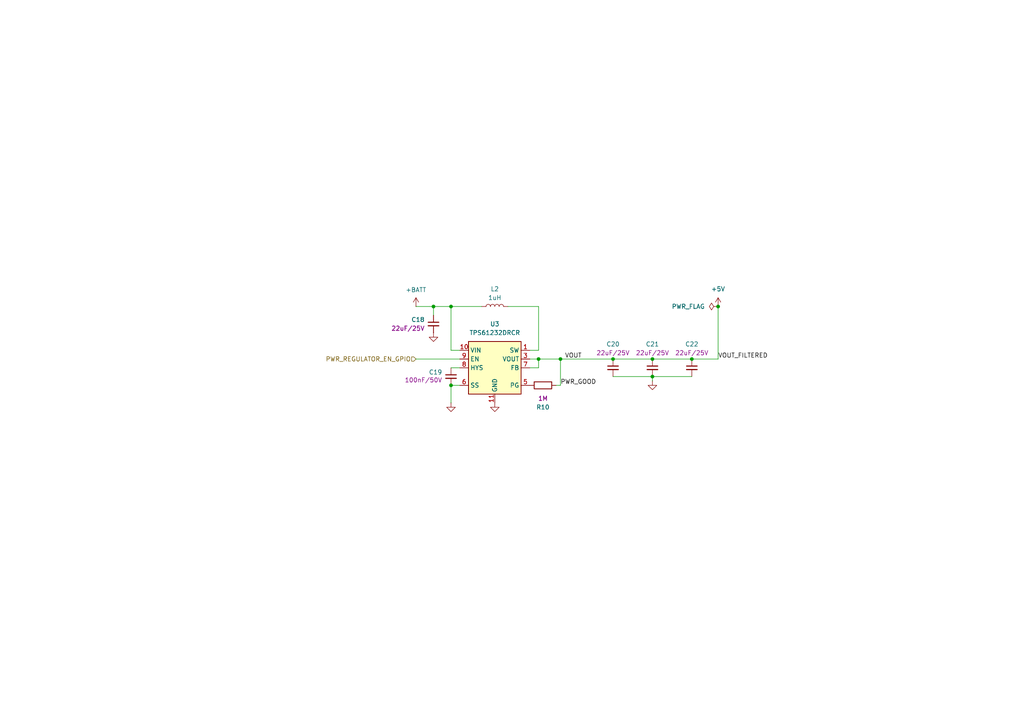
<source format=kicad_sch>
(kicad_sch (version 20250114) (generator "eeschema") (generator_version "9.0")
  (paper "A4")
  (lib_symbols
    (symbol "Lichen:100nF_0603_50V" (pin_numbers (hide yes)) (pin_names (offset 0.254) (hide yes))
      (property "Reference" "C20" (at 2.54 1.016 0))
      (property "Display" "100nF/50V" (at 2.54 -1.524 0))
      (symbol "100nF_0603_50V_0_1"
        (polyline (pts (xy -1.524 0.508) (xy 1.524 0.508)) (stroke (width 0.3048)))
        (polyline (pts (xy -1.524 -0.508) (xy 1.524 -0.508)) (stroke (width 0.3302)))
      )
      (symbol "100nF_0603_50V_1_1"
        (pin passive line (at 0 2.54 270) (length 2.032) (name "~") (number "1"))
        (pin passive line (at 0 -2.54 90) (length 2.032) (name "~") (number "2"))
      )
    )
    (symbol "Lichen:1M_0603" (pin_numbers (hide yes)) (pin_names (offset 0))
      (property "Reference" "R5" (at 6.35 0 90))
      (property "Display" "1M" (at 3.81 0 90))
      (symbol "1M_0603_0_1"
        (rectangle (start -1.016 -2.54) (end 1.016 2.54) (stroke (width 0.254)))
      )
      (symbol "1M_0603_1_1"
        (pin passive line (at 0 3.81 270) (length 1.27) (name "~") (number "1"))
        (pin passive line (at 0 -3.81 90) (length 1.27) (name "~") (number "2"))
      )
    )
    (symbol "Lichen:22uF_0805_25V" (pin_numbers (hide yes)) (pin_names (offset 0.254) (hide yes))
      (property "Reference" "C3" (at -2.54 1.2638 0))
      (property "Display" "22uF/25V" (at -2.54 -1.2762 0))
      (symbol "22uF_0805_25V_0_1"
        (polyline (pts (xy -1.524 0.508) (xy 1.524 0.508)) (stroke (width 0.3048)))
        (polyline (pts (xy -1.524 -0.508) (xy 1.524 -0.508)) (stroke (width 0.3302)))
      )
      (symbol "22uF_0805_25V_1_1"
        (pin passive line (at 0 2.54 270) (length 2.032) (name "~") (number "1"))
        (pin passive line (at 0 -2.54 90) (length 2.032) (name "~") (number "2"))
      )
    )
    (symbol "Lichen:L_1uH_5.4A_10R" (pin_numbers (hide yes)) (pin_names (offset 1.016) (hide yes))
      (property "Reference" "L2" (at 5.08 0 90))
      (property "Value" "1uH" (at 2.54 0 90))
      (symbol "L_1uH_5.4A_10R_0_1"
        (arc (start 0 2.54) (mid 0.6323 1.905) (end 0 1.27))
        (arc (start 0 1.27) (mid 0.6323 0.635) (end 0 0))
        (arc (start 0 0) (mid 0.6323 -0.635) (end 0 -1.27))
        (arc (start 0 -1.27) (mid 0.6323 -1.905) (end 0 -2.54))
      )
      (symbol "L_1uH_5.4A_10R_1_1"
        (pin passive line (at 0 3.81 270) (length 1.27) (name "1") (number "1"))
        (pin passive line (at 0 -3.81 90) (length 1.27) (name "2") (number "2"))
      )
    )
    (symbol "Lichen:TPS61232_5V_Fixed"
      (property "Reference" "U3" (at 0 12.7 0))
      (property "Value" "TPS61232_5V_Fixed" (at 0 10.16 0))
      (symbol "TPS61232_5V_Fixed_0_1"
        (rectangle (start -7.62 7.62) (end 7.62 -7.62) (stroke (width 0.254)) (fill (type background)))
      )
      (symbol "TPS61232_5V_Fixed_1_1"
        (pin power_in line (at -10.16 5.08 0) (length 2.54) (name "VIN") (number "10"))
        (pin input line (at -10.16 2.54 0) (length 2.54) (name "EN") (number "9"))
        (pin output line (at -10.16 0 0) (length 2.54) (name "HYS") (number "8"))
        (pin input line (at -10.16 -5.08 0) (length 2.54) (name "SS") (number "6"))
        (pin power_in line (at 0 -10.16 90) (length 2.54) (name "GND") (number "11"))
        (pin power_out line (at 10.16 5.08 180) (length 2.54) (name "SW") (number "1"))
        (pin passive line (at 10.16 5.08 180) (length 2.54) (hide yes) (name "SW") (number "2"))
        (pin power_out line (at 10.16 2.54 180) (length 2.54) (name "VOUT") (number "3"))
        (pin passive line (at 10.16 2.54 180) (length 2.54) (hide yes) (name "VOUT") (number "4"))
        (pin input line (at 10.16 0 180) (length 2.54) (name "FB") (number "7"))
        (pin output line (at 10.16 -5.08 180) (length 2.54) (name "PG") (number "5"))
      )
    )
    (symbol "power:+5V" (power) (pin_numbers (hide yes)) (pin_names (offset 0) (hide yes))
      (property "Value" "+5V" (at 0 3.556 0))
      (symbol "+5V_0_1"
        (polyline (pts (xy -0.762 1.27) (xy 0 2.54)))
        (polyline (pts (xy 0 2.54) (xy 0.762 1.27)))
        (polyline (pts (xy 0 0) (xy 0 2.54)))
      )
      (symbol "+5V_1_1"
        (pin power_in line (at 0 0 90) (length 0) (name "~") (number "1"))
      )
    )
    (symbol "power:+BATT" (power) (pin_numbers (hide yes)) (pin_names (offset 0) (hide yes))
      (property "Value" "+BATT" (at 0 3.556 0))
      (symbol "+BATT_0_1"
        (polyline (pts (xy -0.762 1.27) (xy 0 2.54)))
        (polyline (pts (xy 0 2.54) (xy 0.762 1.27)))
        (polyline (pts (xy 0 0) (xy 0 2.54)))
      )
      (symbol "+BATT_1_1"
        (pin power_in line (at 0 0 90) (length 0) (name "~") (number "1"))
      )
    )
    (symbol "power:GND" (power) (pin_numbers (hide yes)) (pin_names (offset 0) (hide yes))
      (property "Value" "GND" (at 0 -3.81 0))
      (symbol "GND_0_1"
        (polyline (pts (xy 0 0) (xy 0 -1.27) (xy 1.27 -1.27) (xy 0 -2.54) (xy -1.27 -1.27) (xy 0 -1.27)))
      )
      (symbol "GND_1_1"
        (pin power_in line (at 0 0 270) (length 0) (name "~") (number "1"))
      )
    )
    (symbol "power:PWR_FLAG" (power) (pin_numbers (hide yes)) (pin_names (offset 0) (hide yes))
      (property "Value" "PWR_FLAG" (at 0 3.81 0))
      (symbol "PWR_FLAG_0_0"
        (pin power_out line (at 0 0 90) (length 0) (name "~") (number "1"))
      )
      (symbol "PWR_FLAG_0_1"
        (polyline (pts (xy 0 0) (xy 0 1.27) (xy -1.016 1.905) (xy 0 2.54) (xy 1.016 1.905) (xy 0 1.27)))
      )
    )
  )
  (junction (at 130.81 111.76))
  (junction (at 125.73 88.9))
  (junction (at 162.56 104.14))
  (junction (at 130.81 88.9))
  (junction (at 177.8 104.14))
  (junction (at 156.21 104.14))
  (junction (at 189.23 104.14))
  (junction (at 200.66 104.14))
  (junction (at 189.23 109.22))
  (junction (at 208.28 88.9))
  (wire (pts (xy 120.65 88.9) (xy 125.73 88.9)))
  (wire (pts (xy 125.73 91.44) (xy 125.73 88.9)))
  (wire (pts (xy 189.23 109.22) (xy 200.66 109.22)))
  (wire (pts (xy 156.21 104.14) (xy 162.56 104.14)))
  (wire (pts (xy 208.28 88.9) (xy 208.28 104.14)))
  (wire (pts (xy 130.81 88.9) (xy 130.81 101.6)))
  (wire (pts (xy 125.73 88.9) (xy 130.81 88.9)))
  (wire (pts (xy 120.65 104.14) (xy 133.35 104.14)))
  (wire (pts (xy 153.67 106.68) (xy 156.21 106.68)))
  (wire (pts (xy 177.8 104.14) (xy 189.23 104.14)))
  (wire (pts (xy 130.81 101.6) (xy 133.35 101.6)))
  (wire (pts (xy 153.67 101.6) (xy 156.21 101.6)))
  (wire (pts (xy 162.56 111.76) (xy 162.56 104.14)))
  (wire (pts (xy 162.56 104.14) (xy 177.8 104.14)))
  (wire (pts (xy 156.21 101.6) (xy 156.21 88.9)))
  (wire (pts (xy 177.8 109.22) (xy 189.23 109.22)))
  (wire (pts (xy 139.7 88.9) (xy 130.81 88.9)))
  (wire (pts (xy 130.81 106.68) (xy 133.35 106.68)))
  (wire (pts (xy 156.21 104.14) (xy 153.67 104.14)))
  (wire (pts (xy 208.28 104.14) (xy 200.66 104.14)))
  (wire (pts (xy 161.29 111.76) (xy 162.56 111.76)))
  (wire (pts (xy 130.81 116.84) (xy 130.81 111.76)))
  (wire (pts (xy 189.23 104.14) (xy 200.66 104.14)))
  (wire (pts (xy 156.21 88.9) (xy 147.32 88.9)))
  (wire (pts (xy 156.21 106.68) (xy 156.21 104.14)))
  (wire (pts (xy 189.23 110.49) (xy 189.23 109.22)))
  (wire (pts (xy 130.81 111.76) (xy 133.35 111.76)))
  (label "VOUT_FILTERED" (at 208.28 104.14 0))
  (label "PWR_GOOD" (at 162.56 111.76 0))
  (label "VOUT" (at 163.83 104.14 0))
  (hierarchical_label "PWR_REGULATOR_EN_GPIO" (shape input) (at 120.65 104.14 180))
  (symbol (lib_id "power:+5V") (at 208.28 88.9 0) (unit 1)
    (property "Reference" "#PWR025" (effects (hide yes)))
    (property "Value" "+5V" (at 208.28 83.82 0))
    (property "Description" "Power symbol creates a global label with name \"+5V\"" (effects (hide yes)))
  )
  (symbol (lib_id "power:PWR_FLAG") (at 208.28 88.9 90) (unit 1)
    (property "Reference" "#FLG03" (effects (hide yes)))
    (property "Value" "PWR_FLAG" (at 204.47 88.8999 90) (effects (justify left)))
    (property "Description" "Special symbol for telling ERC where power comes from" (effects (hide yes)))
  )
  (symbol (lib_id "power:GND") (at 143.51 116.84 0) (unit 1)
    (property "Reference" "#PWR023" (effects (hide yes)))
    (property "Value" "GND" (effects (hide yes)))
    (property "Description" "Power symbol creates a global label with name \"GND\" , ground" (effects (hide yes)))
  )
  (symbol (lib_id "Lichen:22uF_0805_25V") (at 177.8 106.68 0) (unit 1)
    (property "Reference" "C20" (at 177.8 99.822 0))
    (property "Value" "22uF" (effects (hide yes)))
    (property "Footprint" "Lichen:C_0805" (effects (hide yes)))
    (property "Datasheet" "https://jlcpcb.com/api/file/downloadByFileSystemAccessId/8579706866429190144" (effects (hide yes)))
    (property "Description" "22uF 25V X5R ±20% 0805 MLCC" (effects (hide yes)))
    (property "Manufacturer" "Samsung Electro-Mechanics" (effects (hide yes)))
    (property "Part Number" "CL21A226MAQNNNE" (effects (hide yes)))
    (property "Display" "22uF/25V" (at 177.8 102.362 0))
    (property "LCSC" "C45783" (effects (hide yes)))
  )
  (symbol (lib_id "Lichen:22uF_0805_25V") (at 189.23 106.68 0) (unit 1)
    (property "Reference" "C21" (at 189.23 99.822 0))
    (property "Value" "22uF" (effects (hide yes)))
    (property "Footprint" "Lichen:C_0805" (effects (hide yes)))
    (property "Datasheet" "https://jlcpcb.com/api/file/downloadByFileSystemAccessId/8579706866429190144" (effects (hide yes)))
    (property "Description" "22uF 25V X5R ±20% 0805 MLCC" (effects (hide yes)))
    (property "Manufacturer" "Samsung Electro-Mechanics" (effects (hide yes)))
    (property "Part Number" "CL21A226MAQNNNE" (effects (hide yes)))
    (property "Display" "22uF/25V" (at 189.23 102.362 0))
    (property "LCSC" "C45783" (effects (hide yes)))
  )
  (symbol (lib_id "power:GND") (at 125.73 96.52 0) (unit 1)
    (property "Reference" "#PWR021" (effects (hide yes)))
    (property "Value" "GND" (effects (hide yes)))
    (property "Description" "Power symbol creates a global label with name \"GND\" , ground" (effects (hide yes)))
  )
  (symbol (lib_id "power:+BATT") (at 120.65 88.9 0) (unit 1)
    (property "Reference" "#PWR020" (effects (hide yes)))
    (property "Value" "+BATT" (at 120.65 84.074 0))
    (property "Description" "Power symbol creates a global label with name \"+BATT\"" (effects (hide yes)))
  )
  (symbol (lib_id "power:GND") (at 189.23 110.49 0) (unit 1)
    (property "Reference" "#PWR024" (effects (hide yes)))
    (property "Value" "GND" (effects (hide yes)))
    (property "Description" "Power symbol creates a global label with name \"GND\" , ground" (effects (hide yes)))
  )
  (symbol (lib_id "power:GND") (at 130.81 116.84 0) (unit 1)
    (property "Reference" "#PWR022" (effects (hide yes)))
    (property "Value" "GND" (effects (hide yes)))
    (property "Description" "Power symbol creates a global label with name \"GND\" , ground" (effects (hide yes)))
  )
  (symbol (lib_id "Lichen:1M_0603") (at 157.48 111.76 90) (mirror x) (unit 1)
    (property "Reference" "R10" (at 157.48 118.11 90))
    (property "Value" "1M" (effects (hide yes)))
    (property "Footprint" "Lichen:R_0603" (effects (hide yes)))
    (property "Datasheet" "https://jlcpcb.com/api/file/downloadByFileSystemAccessId/8579706152755920896" (effects (hide yes)))
    (property "Description" "100mW 1MΩ 75V ±1% 0603" (effects (hide yes)))
    (property "Manufacturer" "UNI-ROYAL(Uniroyal Elec)" (effects (hide yes)))
    (property "Part Number" "0603WAF1004T5E" (effects (hide yes)))
    (property "Display" "1M" (at 157.48 115.57 90))
    (property "LCSC" "C22935" (effects (hide yes)))
  )
  (symbol (lib_id "Lichen:L_1uH_5.4A_10R") (at 143.51 88.9 90) (unit 1)
    (property "Reference" "L2" (at 143.51 83.82 90))
    (property "Value" "1uH" (at 143.51 86.36 90))
    (property "Footprint" "Inductor_SMD:L_Coilcraft_XxL4040" (effects (hide yes)))
    (property "Datasheet" "https://www.coilcraft.com/getmedia/50632d43-da1b-4cdb-8ab4-3029cab51df3/xfl4020.pdf" (effects (hide yes)))
    (property "Description" "10.8mΩ 11A 1uH 5.4A Magnetic Shielded Inductor ±20% SMD,4x4mm" (effects (hide yes)))
    (property "Manufacturer" "Coilcraft" (effects (hide yes)))
    (property "Part Number" "XFL4020-102MEC" (effects (hide yes)))
    (property "LCSC" "C5355380" (effects (hide yes)))
  )
  (symbol (lib_id "Lichen:22uF_0805_25V") (at 200.66 106.68 0) (unit 1)
    (property "Reference" "C22" (at 200.66 99.822 0))
    (property "Value" "22uF" (effects (hide yes)))
    (property "Footprint" "Lichen:C_0805" (effects (hide yes)))
    (property "Datasheet" "https://jlcpcb.com/api/file/downloadByFileSystemAccessId/8579706866429190144" (effects (hide yes)))
    (property "Description" "22uF 25V X5R ±20% 0805 MLCC" (effects (hide yes)))
    (property "Manufacturer" "Samsung Electro-Mechanics" (effects (hide yes)))
    (property "Part Number" "CL21A226MAQNNNE" (effects (hide yes)))
    (property "Display" "22uF/25V" (at 200.66 102.362 0))
    (property "LCSC" "C45783" (effects (hide yes)))
  )
  (symbol (lib_id "Lichen:TPS61232_5V_Fixed") (at 143.51 106.68 0) (unit 1)
    (property "Reference" "U3" (at 143.51 93.98 0))
    (property "Value" "TPS61232DRCR" (at 143.51 96.52 0))
    (property "Footprint" "Package_SON:Texas_S-PVSON-N10_ThermalVias" (effects (hide yes)))
    (property "Datasheet" "http://www.ti.com/lit/ds/symlink/tps61232.pdf" (effects (hide yes)))
    (property "Description" "2.1A 2.3V~5.5V 2MHz 35uA 5V Fixed" (effects (hide yes)))
    (property "Manufacturer" "Texas Instruments" (effects (hide yes)))
    (property "Part Number" "TPS61232DRCR" (effects (hide yes)))
    (property "LCSC" "C544315" (effects (hide yes)))
  )
  (symbol (lib_id "Lichen:22uF_0805_25V") (at 125.73 93.98 0) (unit 1)
    (property "Reference" "C18" (at 123.19 92.7162 0) (effects (justify right)))
    (property "Value" "22uF" (effects (hide yes)))
    (property "Footprint" "Lichen:C_0805" (effects (hide yes)))
    (property "Datasheet" "https://jlcpcb.com/api/file/downloadByFileSystemAccessId/8579706866429190144" (effects (hide yes)))
    (property "Description" "22uF 25V X5R ±20% 0805 MLCC" (effects (hide yes)))
    (property "Manufacturer" "Samsung Electro-Mechanics" (effects (hide yes)))
    (property "Part Number" "CL21A226MAQNNNE" (effects (hide yes)))
    (property "Display" "22uF/25V" (at 123.19 95.2562 0) (effects (justify right)))
    (property "LCSC" "C45783" (effects (hide yes)))
  )
  (symbol (lib_id "Lichen:100nF_0603_50V") (at 130.81 109.22 0) (unit 1)
    (property "Reference" "C19" (at 128.27 107.9562 0) (effects (justify right)))
    (property "Value" "100nF" (effects (hide yes)))
    (property "Footprint" "PCM_4ms_Capacitor:C_0603" (effects (hide yes)))
    (property "Datasheet" "https://jlcpcb.com/api/file/downloadByFileSystemAccessId/8667086713681608704" (effects (hide yes)))
    (property "Description" "50V 100nF X7R ±10% 0603 MLCC" (effects (hide yes)))
    (property "Manufacturer" "YAGEO" (effects (hide yes)))
    (property "Part Number" "CC0603KRX7R9BB104 " (effects (hide yes)))
    (property "Display" "100nF/50V" (at 128.27 110.236 0) (effects (justify right)))
    (property "LCSC" "C14663" (effects (hide yes)))
  )
)
</source>
